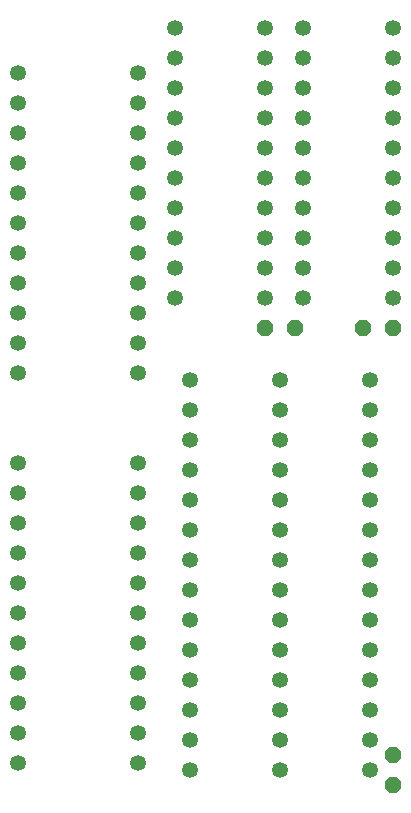
<source format=gts>
G75*
%MOIN*%
%OFA0B0*%
%FSLAX24Y24*%
%IPPOS*%
%LPD*%
%AMOC8*
5,1,8,0,0,1.08239X$1,22.5*
%
%ADD10C,0.0530*%
%ADD11OC8,0.0530*%
D10*
X001100Y001783D03*
X001100Y002783D03*
X001100Y003783D03*
X001100Y004783D03*
X001100Y005783D03*
X001100Y006783D03*
X001100Y007783D03*
X001100Y008783D03*
X001100Y009783D03*
X001100Y010783D03*
X001100Y011783D03*
X001100Y014783D03*
X001100Y015783D03*
X001100Y016783D03*
X001100Y017783D03*
X001100Y018783D03*
X001100Y019783D03*
X001100Y020783D03*
X001100Y021783D03*
X001100Y022783D03*
X001100Y023783D03*
X001100Y024783D03*
X005100Y024783D03*
X005100Y023783D03*
X005100Y022783D03*
X005100Y021783D03*
X005100Y020783D03*
X005100Y019783D03*
X005100Y018783D03*
X005100Y017783D03*
X005100Y016783D03*
X005100Y015783D03*
X005100Y014783D03*
X006350Y017283D03*
X006350Y018283D03*
X006350Y019283D03*
X006350Y020283D03*
X006350Y021283D03*
X006350Y022283D03*
X006350Y023283D03*
X006350Y024283D03*
X006350Y025283D03*
X006350Y026283D03*
X009350Y026283D03*
X009350Y025283D03*
X009350Y024283D03*
X009350Y023283D03*
X009350Y022283D03*
X009350Y021283D03*
X009350Y020283D03*
X009350Y019283D03*
X009350Y018283D03*
X009350Y017283D03*
X010600Y017283D03*
X010600Y018283D03*
X010600Y019283D03*
X010600Y020283D03*
X010600Y021283D03*
X010600Y022283D03*
X010600Y023283D03*
X010600Y024283D03*
X010600Y025283D03*
X010600Y026283D03*
X013600Y026283D03*
X013600Y025283D03*
X013600Y024283D03*
X013600Y023283D03*
X013600Y022283D03*
X013600Y021283D03*
X013600Y020283D03*
X013600Y019283D03*
X013600Y018283D03*
X013600Y017283D03*
X012850Y014533D03*
X012850Y014533D03*
X012850Y013533D03*
X012850Y013533D03*
X012850Y012533D03*
X012850Y012533D03*
X012850Y011533D03*
X012850Y011533D03*
X012850Y010533D03*
X012850Y010533D03*
X012850Y009533D03*
X012850Y009533D03*
X012850Y008533D03*
X012850Y008533D03*
X012850Y007533D03*
X012850Y007533D03*
X012850Y006533D03*
X012850Y006533D03*
X012850Y005533D03*
X012850Y005533D03*
X012850Y004533D03*
X012850Y004533D03*
X012850Y003533D03*
X012850Y003533D03*
X012850Y002533D03*
X012850Y002533D03*
X012850Y001533D03*
X012850Y001533D03*
X009850Y001533D03*
X009850Y002533D03*
X009850Y003533D03*
X009850Y004533D03*
X009850Y005533D03*
X009850Y006533D03*
X009850Y007533D03*
X009850Y008533D03*
X009850Y009533D03*
X009850Y010533D03*
X009850Y011533D03*
X009850Y012533D03*
X009850Y013533D03*
X009850Y014533D03*
X006850Y014533D03*
X006850Y013533D03*
X006850Y012533D03*
X006850Y011533D03*
X006850Y010533D03*
X006850Y009533D03*
X006850Y008533D03*
X006850Y007533D03*
X006850Y006533D03*
X006850Y005533D03*
X006850Y004533D03*
X006850Y003533D03*
X006850Y002533D03*
X006850Y001533D03*
X005100Y001783D03*
X005100Y002783D03*
X005100Y003783D03*
X005100Y004783D03*
X005100Y005783D03*
X005100Y006783D03*
X005100Y007783D03*
X005100Y008783D03*
X005100Y009783D03*
X005100Y010783D03*
X005100Y011783D03*
D11*
X009350Y016283D03*
X010350Y016283D03*
X012600Y016283D03*
X013600Y016283D03*
X013600Y002033D03*
X013600Y001033D03*
M02*

</source>
